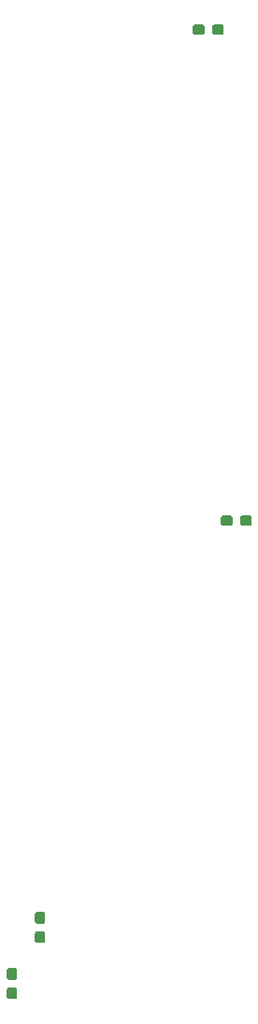
<source format=gtp>
G04 #@! TF.GenerationSoftware,KiCad,Pcbnew,(5.1.4)-1*
G04 #@! TF.CreationDate,2020-01-15T00:46:40+09:00*
G04 #@! TF.ProjectId,m5fm,6d35666d-2e6b-4696-9361-645f70636258,rev?*
G04 #@! TF.SameCoordinates,Original*
G04 #@! TF.FileFunction,Paste,Top*
G04 #@! TF.FilePolarity,Positive*
%FSLAX46Y46*%
G04 Gerber Fmt 4.6, Leading zero omitted, Abs format (unit mm)*
G04 Created by KiCad (PCBNEW (5.1.4)-1) date 2020-01-15 00:46:40*
%MOMM*%
%LPD*%
G04 APERTURE LIST*
%ADD10C,0.100000*%
%ADD11C,0.950000*%
G04 APERTURE END LIST*
D10*
G36*
X90430779Y-110361144D02*
G01*
X90453834Y-110364563D01*
X90476443Y-110370227D01*
X90498387Y-110378079D01*
X90519457Y-110388044D01*
X90539448Y-110400026D01*
X90558168Y-110413910D01*
X90575438Y-110429562D01*
X90591090Y-110446832D01*
X90604974Y-110465552D01*
X90616956Y-110485543D01*
X90626921Y-110506613D01*
X90634773Y-110528557D01*
X90640437Y-110551166D01*
X90643856Y-110574221D01*
X90645000Y-110597500D01*
X90645000Y-111172500D01*
X90643856Y-111195779D01*
X90640437Y-111218834D01*
X90634773Y-111241443D01*
X90626921Y-111263387D01*
X90616956Y-111284457D01*
X90604974Y-111304448D01*
X90591090Y-111323168D01*
X90575438Y-111340438D01*
X90558168Y-111356090D01*
X90539448Y-111369974D01*
X90519457Y-111381956D01*
X90498387Y-111391921D01*
X90476443Y-111399773D01*
X90453834Y-111405437D01*
X90430779Y-111408856D01*
X90407500Y-111410000D01*
X89932500Y-111410000D01*
X89909221Y-111408856D01*
X89886166Y-111405437D01*
X89863557Y-111399773D01*
X89841613Y-111391921D01*
X89820543Y-111381956D01*
X89800552Y-111369974D01*
X89781832Y-111356090D01*
X89764562Y-111340438D01*
X89748910Y-111323168D01*
X89735026Y-111304448D01*
X89723044Y-111284457D01*
X89713079Y-111263387D01*
X89705227Y-111241443D01*
X89699563Y-111218834D01*
X89696144Y-111195779D01*
X89695000Y-111172500D01*
X89695000Y-110597500D01*
X89696144Y-110574221D01*
X89699563Y-110551166D01*
X89705227Y-110528557D01*
X89713079Y-110506613D01*
X89723044Y-110485543D01*
X89735026Y-110465552D01*
X89748910Y-110446832D01*
X89764562Y-110429562D01*
X89781832Y-110413910D01*
X89800552Y-110400026D01*
X89820543Y-110388044D01*
X89841613Y-110378079D01*
X89863557Y-110370227D01*
X89886166Y-110364563D01*
X89909221Y-110361144D01*
X89932500Y-110360000D01*
X90407500Y-110360000D01*
X90430779Y-110361144D01*
X90430779Y-110361144D01*
G37*
D11*
X90170000Y-110885000D03*
D10*
G36*
X90430779Y-112111144D02*
G01*
X90453834Y-112114563D01*
X90476443Y-112120227D01*
X90498387Y-112128079D01*
X90519457Y-112138044D01*
X90539448Y-112150026D01*
X90558168Y-112163910D01*
X90575438Y-112179562D01*
X90591090Y-112196832D01*
X90604974Y-112215552D01*
X90616956Y-112235543D01*
X90626921Y-112256613D01*
X90634773Y-112278557D01*
X90640437Y-112301166D01*
X90643856Y-112324221D01*
X90645000Y-112347500D01*
X90645000Y-112922500D01*
X90643856Y-112945779D01*
X90640437Y-112968834D01*
X90634773Y-112991443D01*
X90626921Y-113013387D01*
X90616956Y-113034457D01*
X90604974Y-113054448D01*
X90591090Y-113073168D01*
X90575438Y-113090438D01*
X90558168Y-113106090D01*
X90539448Y-113119974D01*
X90519457Y-113131956D01*
X90498387Y-113141921D01*
X90476443Y-113149773D01*
X90453834Y-113155437D01*
X90430779Y-113158856D01*
X90407500Y-113160000D01*
X89932500Y-113160000D01*
X89909221Y-113158856D01*
X89886166Y-113155437D01*
X89863557Y-113149773D01*
X89841613Y-113141921D01*
X89820543Y-113131956D01*
X89800552Y-113119974D01*
X89781832Y-113106090D01*
X89764562Y-113090438D01*
X89748910Y-113073168D01*
X89735026Y-113054448D01*
X89723044Y-113034457D01*
X89713079Y-113013387D01*
X89705227Y-112991443D01*
X89699563Y-112968834D01*
X89696144Y-112945779D01*
X89695000Y-112922500D01*
X89695000Y-112347500D01*
X89696144Y-112324221D01*
X89699563Y-112301166D01*
X89705227Y-112278557D01*
X89713079Y-112256613D01*
X89723044Y-112235543D01*
X89735026Y-112215552D01*
X89748910Y-112196832D01*
X89764562Y-112179562D01*
X89781832Y-112163910D01*
X89800552Y-112150026D01*
X89820543Y-112138044D01*
X89841613Y-112128079D01*
X89863557Y-112120227D01*
X89886166Y-112114563D01*
X89909221Y-112111144D01*
X89932500Y-112110000D01*
X90407500Y-112110000D01*
X90430779Y-112111144D01*
X90430779Y-112111144D01*
G37*
D11*
X90170000Y-112635000D03*
D10*
G36*
X87890779Y-117191144D02*
G01*
X87913834Y-117194563D01*
X87936443Y-117200227D01*
X87958387Y-117208079D01*
X87979457Y-117218044D01*
X87999448Y-117230026D01*
X88018168Y-117243910D01*
X88035438Y-117259562D01*
X88051090Y-117276832D01*
X88064974Y-117295552D01*
X88076956Y-117315543D01*
X88086921Y-117336613D01*
X88094773Y-117358557D01*
X88100437Y-117381166D01*
X88103856Y-117404221D01*
X88105000Y-117427500D01*
X88105000Y-118002500D01*
X88103856Y-118025779D01*
X88100437Y-118048834D01*
X88094773Y-118071443D01*
X88086921Y-118093387D01*
X88076956Y-118114457D01*
X88064974Y-118134448D01*
X88051090Y-118153168D01*
X88035438Y-118170438D01*
X88018168Y-118186090D01*
X87999448Y-118199974D01*
X87979457Y-118211956D01*
X87958387Y-118221921D01*
X87936443Y-118229773D01*
X87913834Y-118235437D01*
X87890779Y-118238856D01*
X87867500Y-118240000D01*
X87392500Y-118240000D01*
X87369221Y-118238856D01*
X87346166Y-118235437D01*
X87323557Y-118229773D01*
X87301613Y-118221921D01*
X87280543Y-118211956D01*
X87260552Y-118199974D01*
X87241832Y-118186090D01*
X87224562Y-118170438D01*
X87208910Y-118153168D01*
X87195026Y-118134448D01*
X87183044Y-118114457D01*
X87173079Y-118093387D01*
X87165227Y-118071443D01*
X87159563Y-118048834D01*
X87156144Y-118025779D01*
X87155000Y-118002500D01*
X87155000Y-117427500D01*
X87156144Y-117404221D01*
X87159563Y-117381166D01*
X87165227Y-117358557D01*
X87173079Y-117336613D01*
X87183044Y-117315543D01*
X87195026Y-117295552D01*
X87208910Y-117276832D01*
X87224562Y-117259562D01*
X87241832Y-117243910D01*
X87260552Y-117230026D01*
X87280543Y-117218044D01*
X87301613Y-117208079D01*
X87323557Y-117200227D01*
X87346166Y-117194563D01*
X87369221Y-117191144D01*
X87392500Y-117190000D01*
X87867500Y-117190000D01*
X87890779Y-117191144D01*
X87890779Y-117191144D01*
G37*
D11*
X87630000Y-117715000D03*
D10*
G36*
X87890779Y-115441144D02*
G01*
X87913834Y-115444563D01*
X87936443Y-115450227D01*
X87958387Y-115458079D01*
X87979457Y-115468044D01*
X87999448Y-115480026D01*
X88018168Y-115493910D01*
X88035438Y-115509562D01*
X88051090Y-115526832D01*
X88064974Y-115545552D01*
X88076956Y-115565543D01*
X88086921Y-115586613D01*
X88094773Y-115608557D01*
X88100437Y-115631166D01*
X88103856Y-115654221D01*
X88105000Y-115677500D01*
X88105000Y-116252500D01*
X88103856Y-116275779D01*
X88100437Y-116298834D01*
X88094773Y-116321443D01*
X88086921Y-116343387D01*
X88076956Y-116364457D01*
X88064974Y-116384448D01*
X88051090Y-116403168D01*
X88035438Y-116420438D01*
X88018168Y-116436090D01*
X87999448Y-116449974D01*
X87979457Y-116461956D01*
X87958387Y-116471921D01*
X87936443Y-116479773D01*
X87913834Y-116485437D01*
X87890779Y-116488856D01*
X87867500Y-116490000D01*
X87392500Y-116490000D01*
X87369221Y-116488856D01*
X87346166Y-116485437D01*
X87323557Y-116479773D01*
X87301613Y-116471921D01*
X87280543Y-116461956D01*
X87260552Y-116449974D01*
X87241832Y-116436090D01*
X87224562Y-116420438D01*
X87208910Y-116403168D01*
X87195026Y-116384448D01*
X87183044Y-116364457D01*
X87173079Y-116343387D01*
X87165227Y-116321443D01*
X87159563Y-116298834D01*
X87156144Y-116275779D01*
X87155000Y-116252500D01*
X87155000Y-115677500D01*
X87156144Y-115654221D01*
X87159563Y-115631166D01*
X87165227Y-115608557D01*
X87173079Y-115586613D01*
X87183044Y-115565543D01*
X87195026Y-115545552D01*
X87208910Y-115526832D01*
X87224562Y-115509562D01*
X87241832Y-115493910D01*
X87260552Y-115480026D01*
X87280543Y-115468044D01*
X87301613Y-115458079D01*
X87323557Y-115450227D01*
X87346166Y-115444563D01*
X87369221Y-115441144D01*
X87392500Y-115440000D01*
X87867500Y-115440000D01*
X87890779Y-115441144D01*
X87890779Y-115441144D01*
G37*
D11*
X87630000Y-115965000D03*
D10*
G36*
X106595779Y-30006144D02*
G01*
X106618834Y-30009563D01*
X106641443Y-30015227D01*
X106663387Y-30023079D01*
X106684457Y-30033044D01*
X106704448Y-30045026D01*
X106723168Y-30058910D01*
X106740438Y-30074562D01*
X106756090Y-30091832D01*
X106769974Y-30110552D01*
X106781956Y-30130543D01*
X106791921Y-30151613D01*
X106799773Y-30173557D01*
X106805437Y-30196166D01*
X106808856Y-30219221D01*
X106810000Y-30242500D01*
X106810000Y-30717500D01*
X106808856Y-30740779D01*
X106805437Y-30763834D01*
X106799773Y-30786443D01*
X106791921Y-30808387D01*
X106781956Y-30829457D01*
X106769974Y-30849448D01*
X106756090Y-30868168D01*
X106740438Y-30885438D01*
X106723168Y-30901090D01*
X106704448Y-30914974D01*
X106684457Y-30926956D01*
X106663387Y-30936921D01*
X106641443Y-30944773D01*
X106618834Y-30950437D01*
X106595779Y-30953856D01*
X106572500Y-30955000D01*
X105997500Y-30955000D01*
X105974221Y-30953856D01*
X105951166Y-30950437D01*
X105928557Y-30944773D01*
X105906613Y-30936921D01*
X105885543Y-30926956D01*
X105865552Y-30914974D01*
X105846832Y-30901090D01*
X105829562Y-30885438D01*
X105813910Y-30868168D01*
X105800026Y-30849448D01*
X105788044Y-30829457D01*
X105778079Y-30808387D01*
X105770227Y-30786443D01*
X105764563Y-30763834D01*
X105761144Y-30740779D01*
X105760000Y-30717500D01*
X105760000Y-30242500D01*
X105761144Y-30219221D01*
X105764563Y-30196166D01*
X105770227Y-30173557D01*
X105778079Y-30151613D01*
X105788044Y-30130543D01*
X105800026Y-30110552D01*
X105813910Y-30091832D01*
X105829562Y-30074562D01*
X105846832Y-30058910D01*
X105865552Y-30045026D01*
X105885543Y-30033044D01*
X105906613Y-30023079D01*
X105928557Y-30015227D01*
X105951166Y-30009563D01*
X105974221Y-30006144D01*
X105997500Y-30005000D01*
X106572500Y-30005000D01*
X106595779Y-30006144D01*
X106595779Y-30006144D01*
G37*
D11*
X106285000Y-30480000D03*
D10*
G36*
X104845779Y-30006144D02*
G01*
X104868834Y-30009563D01*
X104891443Y-30015227D01*
X104913387Y-30023079D01*
X104934457Y-30033044D01*
X104954448Y-30045026D01*
X104973168Y-30058910D01*
X104990438Y-30074562D01*
X105006090Y-30091832D01*
X105019974Y-30110552D01*
X105031956Y-30130543D01*
X105041921Y-30151613D01*
X105049773Y-30173557D01*
X105055437Y-30196166D01*
X105058856Y-30219221D01*
X105060000Y-30242500D01*
X105060000Y-30717500D01*
X105058856Y-30740779D01*
X105055437Y-30763834D01*
X105049773Y-30786443D01*
X105041921Y-30808387D01*
X105031956Y-30829457D01*
X105019974Y-30849448D01*
X105006090Y-30868168D01*
X104990438Y-30885438D01*
X104973168Y-30901090D01*
X104954448Y-30914974D01*
X104934457Y-30926956D01*
X104913387Y-30936921D01*
X104891443Y-30944773D01*
X104868834Y-30950437D01*
X104845779Y-30953856D01*
X104822500Y-30955000D01*
X104247500Y-30955000D01*
X104224221Y-30953856D01*
X104201166Y-30950437D01*
X104178557Y-30944773D01*
X104156613Y-30936921D01*
X104135543Y-30926956D01*
X104115552Y-30914974D01*
X104096832Y-30901090D01*
X104079562Y-30885438D01*
X104063910Y-30868168D01*
X104050026Y-30849448D01*
X104038044Y-30829457D01*
X104028079Y-30808387D01*
X104020227Y-30786443D01*
X104014563Y-30763834D01*
X104011144Y-30740779D01*
X104010000Y-30717500D01*
X104010000Y-30242500D01*
X104011144Y-30219221D01*
X104014563Y-30196166D01*
X104020227Y-30173557D01*
X104028079Y-30151613D01*
X104038044Y-30130543D01*
X104050026Y-30110552D01*
X104063910Y-30091832D01*
X104079562Y-30074562D01*
X104096832Y-30058910D01*
X104115552Y-30045026D01*
X104135543Y-30033044D01*
X104156613Y-30023079D01*
X104178557Y-30015227D01*
X104201166Y-30009563D01*
X104224221Y-30006144D01*
X104247500Y-30005000D01*
X104822500Y-30005000D01*
X104845779Y-30006144D01*
X104845779Y-30006144D01*
G37*
D11*
X104535000Y-30480000D03*
D10*
G36*
X107385779Y-74456144D02*
G01*
X107408834Y-74459563D01*
X107431443Y-74465227D01*
X107453387Y-74473079D01*
X107474457Y-74483044D01*
X107494448Y-74495026D01*
X107513168Y-74508910D01*
X107530438Y-74524562D01*
X107546090Y-74541832D01*
X107559974Y-74560552D01*
X107571956Y-74580543D01*
X107581921Y-74601613D01*
X107589773Y-74623557D01*
X107595437Y-74646166D01*
X107598856Y-74669221D01*
X107600000Y-74692500D01*
X107600000Y-75167500D01*
X107598856Y-75190779D01*
X107595437Y-75213834D01*
X107589773Y-75236443D01*
X107581921Y-75258387D01*
X107571956Y-75279457D01*
X107559974Y-75299448D01*
X107546090Y-75318168D01*
X107530438Y-75335438D01*
X107513168Y-75351090D01*
X107494448Y-75364974D01*
X107474457Y-75376956D01*
X107453387Y-75386921D01*
X107431443Y-75394773D01*
X107408834Y-75400437D01*
X107385779Y-75403856D01*
X107362500Y-75405000D01*
X106787500Y-75405000D01*
X106764221Y-75403856D01*
X106741166Y-75400437D01*
X106718557Y-75394773D01*
X106696613Y-75386921D01*
X106675543Y-75376956D01*
X106655552Y-75364974D01*
X106636832Y-75351090D01*
X106619562Y-75335438D01*
X106603910Y-75318168D01*
X106590026Y-75299448D01*
X106578044Y-75279457D01*
X106568079Y-75258387D01*
X106560227Y-75236443D01*
X106554563Y-75213834D01*
X106551144Y-75190779D01*
X106550000Y-75167500D01*
X106550000Y-74692500D01*
X106551144Y-74669221D01*
X106554563Y-74646166D01*
X106560227Y-74623557D01*
X106568079Y-74601613D01*
X106578044Y-74580543D01*
X106590026Y-74560552D01*
X106603910Y-74541832D01*
X106619562Y-74524562D01*
X106636832Y-74508910D01*
X106655552Y-74495026D01*
X106675543Y-74483044D01*
X106696613Y-74473079D01*
X106718557Y-74465227D01*
X106741166Y-74459563D01*
X106764221Y-74456144D01*
X106787500Y-74455000D01*
X107362500Y-74455000D01*
X107385779Y-74456144D01*
X107385779Y-74456144D01*
G37*
D11*
X107075000Y-74930000D03*
D10*
G36*
X109135779Y-74456144D02*
G01*
X109158834Y-74459563D01*
X109181443Y-74465227D01*
X109203387Y-74473079D01*
X109224457Y-74483044D01*
X109244448Y-74495026D01*
X109263168Y-74508910D01*
X109280438Y-74524562D01*
X109296090Y-74541832D01*
X109309974Y-74560552D01*
X109321956Y-74580543D01*
X109331921Y-74601613D01*
X109339773Y-74623557D01*
X109345437Y-74646166D01*
X109348856Y-74669221D01*
X109350000Y-74692500D01*
X109350000Y-75167500D01*
X109348856Y-75190779D01*
X109345437Y-75213834D01*
X109339773Y-75236443D01*
X109331921Y-75258387D01*
X109321956Y-75279457D01*
X109309974Y-75299448D01*
X109296090Y-75318168D01*
X109280438Y-75335438D01*
X109263168Y-75351090D01*
X109244448Y-75364974D01*
X109224457Y-75376956D01*
X109203387Y-75386921D01*
X109181443Y-75394773D01*
X109158834Y-75400437D01*
X109135779Y-75403856D01*
X109112500Y-75405000D01*
X108537500Y-75405000D01*
X108514221Y-75403856D01*
X108491166Y-75400437D01*
X108468557Y-75394773D01*
X108446613Y-75386921D01*
X108425543Y-75376956D01*
X108405552Y-75364974D01*
X108386832Y-75351090D01*
X108369562Y-75335438D01*
X108353910Y-75318168D01*
X108340026Y-75299448D01*
X108328044Y-75279457D01*
X108318079Y-75258387D01*
X108310227Y-75236443D01*
X108304563Y-75213834D01*
X108301144Y-75190779D01*
X108300000Y-75167500D01*
X108300000Y-74692500D01*
X108301144Y-74669221D01*
X108304563Y-74646166D01*
X108310227Y-74623557D01*
X108318079Y-74601613D01*
X108328044Y-74580543D01*
X108340026Y-74560552D01*
X108353910Y-74541832D01*
X108369562Y-74524562D01*
X108386832Y-74508910D01*
X108405552Y-74495026D01*
X108425543Y-74483044D01*
X108446613Y-74473079D01*
X108468557Y-74465227D01*
X108491166Y-74459563D01*
X108514221Y-74456144D01*
X108537500Y-74455000D01*
X109112500Y-74455000D01*
X109135779Y-74456144D01*
X109135779Y-74456144D01*
G37*
D11*
X108825000Y-74930000D03*
M02*

</source>
